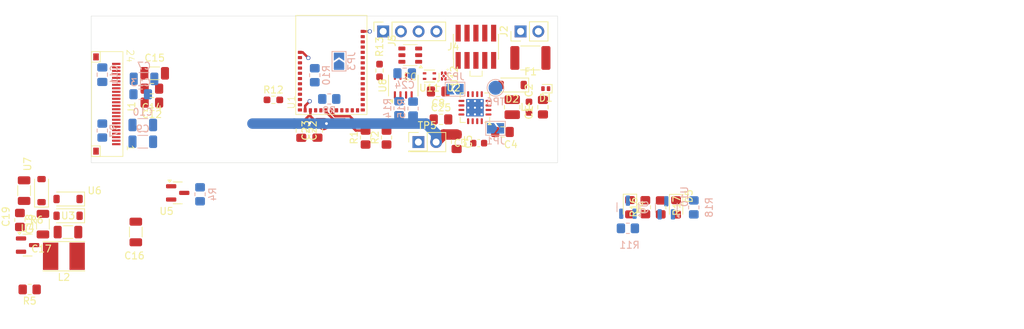
<source format=kicad_pcb>
(kicad_pcb (version 20241229) (generator "pcbnew") (generator_version "9.0")
  (layers (0 "F.Cu" signal) (4 "In1.Cu" signal) (6 "In2.Cu" signal) (2 "B.Cu" signal) (13 "F.Paste" user) (15 "B.Paste" user) (5 "F.SilkS" user "F.Silkscreen") (7 "B.SilkS" user "B.Silkscreen") (1 "F.Mask" user) (3 "B.Mask" user) (25 "Edge.Cuts" user))
  (net 0 "")
  (net 1 "GND")
  (net 2 "Net-(C3-Pad1)")
  (net 3 "+3V3")
  (net 4 "Net-(J1-VSH)")
  (net 5 "Net-(J1-VGL)")
  (net 6 "Net-(J1-VGH)")
  (net 7 "Net-(J1-VCOM)")
  (net 8 "/EPD_3V3")
  (net 9 "Net-(J1-VDD)")
  (net 10 "Net-(J1-VPP)")
  (net 11 "Net-(J1-VSL)")
  (net 12 "/EPD_PREVGH")
  (net 13 "Net-(U3-A)")
  (net 14 "Net-(U6-A)")
  (net 15 "/EPD_PREVGL")
  (net 16 "Vdrive")
  (net 17 "/SWDIO")
  (net 18 "/NRF_TX")
  (net 19 "/NRF_RX")
  (net 20 "/SWDCLK")
  (net 21 "Net-(D4-A)")
  (net 22 "Net-(D4-K)")
  (net 23 "Net-(D5-K)")
  (net 24 "Net-(D5-A)")
  (net 25 "Net-(J2-Pin_2)")
  (net 27 "Net-(J1-BS)")
  (net 28 "/ep_RESE")
  (net 30 "/EPD_CLK")
  (net 31 "/~{EPD_RESET}")
  (net 32 "/ep_GDR")
  (net 33 "/EPD_DC")
  (net 35 "/EPD_DIN")
  (net 36 "/~{EPD_BUSY}")
  (net 37 "/EPD_CS")
  (net 40 "Net-(J4-~{RESET})")
  (net 42 "Net-(JP1-A)")
  (net 43 "Net-(JP2-A)")
  (net 44 "/NRF_PM_RST")
  (net 45 "Net-(U2-SW)")
  (net 46 "/I2C_SCL")
  (net 47 "/I2C_SDA")
  (net 48 "/EPD_EN")
  (net 49 "/PM_INT")
  (net 50 "/LED_RED")
  (net 51 "Net-(U1-P1.08{slash}EXTREF{slash}CLK16M{slash}CLK)")
  (net 52 "/QSPI_CLK_O")
  (net 53 "/QSPI_CLK_I")
  (net 54 "/QSPI_D3")
  (net 55 "/QSPI_D2")
  (net 56 "/LED_GREEN")
  (net 57 "/QSPI_CS")
  (net 58 "/QSPI_D1")
  (net 59 "/QSPI_D0")
  (net 69 "/VBAT")
  (net 70 "Net-(U2-SHPHLD)")
  (footprint "Resistor_SMD:R_0805_2012Metric_Pad1.20x1.40mm_HandSolder" (layer "F.Cu") (at 126.1 93.15 180)
    (property "Reference" "R5")
    (property "Value" "0.47R")
  )
  (footprint "Capacitor_SMD:C_1206_3216Metric" (layer "F.Cu") (at 144 62.2 180)
    (property "Reference" "C15")
    (property "Value" "4.7uF")
  )
  (footprint "Resistor_SMD:R_0805_2012Metric_Pad1.20x1.40mm_HandSolder" (layer "F.Cu") (at 124.7 83.2 90)
    (property "Reference" "R6")
    (property "Value" "33K")
  )
  (footprint "Resistor_SMD:R_0805_2012Metric_Pad1.20x1.40mm_HandSolder" (layer "F.Cu") (at 174.2 71.4 90)
    (property "Reference" "R1")
    (property "Value" "4K7")
  )
  (footprint "Resistor_SMD:R_0603_1608Metric_Pad0.98x0.95mm_HandSolder" (layer "F.Cu") (at 161 66)
    (property "Reference" "R12")
    (property "Value" "27R")
  )
  (footprint "Capacitor_SMD:C_0805_2012Metric_Pad1.18x1.45mm_HandSolder" (layer "F.Cu") (at 193.8 70.6)
    (property "Reference" "C4")
    (property "Value" "22uF")
  )
  (footprint "Capacitor_SMD:C_0805_2012Metric_Pad1.18x1.45mm_HandSolder" (layer "F.Cu") (at 143.6 64.4 180)
    (property "Reference" "C14")
    (property "Value" "1.0uF")
  )
  (footprint "Connector_PinSocket_2.54mm:PinSocket_1x04_P2.54mm_Vertical" (layer "F.Cu") (at 176.72 56.2 90)
    (property "Reference" "J5")
    (property "Value" "Debug")
  )
  (footprint "LED_SMD:LED_0805_2012Metric_Pad1.15x1.40mm_HandSolder" (layer "F.Cu") (at 218.665 81.4 -90)
    (property "Reference" "D5")
    (property "Value" "GREEN")
  )
  (footprint "Inductor_SMD:L_1008_2520Metric" (layer "F.Cu") (at 195.2 67.05 -90)
    (property "Reference" "L1")
    (property "Value" "2.2uH" (hide yes))
  )
  (footprint "Personal:Texas_X2SON-5_0.8x0.8mm_P0.48mm" (layer "F.Cu") (at 185.39 62.59 -90)
    (property "Reference" "U12")
    (property "Value" "TMP110D1")
  )
  (footprint "Capacitor_SMD:C_0805_2012Metric_Pad1.18x1.45mm_HandSolder" (layer "F.Cu") (at 143.6 66.4 180)
    (property "Reference" "C12")
    (property "Value" "1.0uF")
  )
  (footprint "Personal:BL54L15" (layer "F.Cu") (at 174.3 68 90)
    (property "Reference" "U1")
    (property "Value" "BL54L15")
  )
  (footprint "Package_TO_SOT_SMD:SOT-23" (layer "F.Cu") (at 147.3 79.325)
    (property "Reference" "U5")
    (property "Value" "512-FDN338P")
  )
  (footprint "Sensor_Humidity:Sensirion_DFN-4_1.5x1.5mm_P0.8mm_SHT4x_NoCentralPad" (layer "F.Cu") (at 183.35 62.6 180)
    (property "Reference" "U11")
    (property "Value" "SHT40")
  )
  (footprint "Capacitor_SMD:C_1206_3216Metric" (layer "F.Cu") (at 125.3 79 90)
    (property "Reference" "C19")
    (property "Value" "4.7uF")
  )
  (footprint "Capacitor_SMD:C_1206_3216Metric" (layer "F.Cu") (at 131.584337 84.938883 180)
    (property "Reference" "C17")
    (property "Value" "4.7uF")
  )
  (footprint "Diode_SMD:D_SOD-123" (layer "F.Cu") (at 127.8 79 90)
    (property "Reference" "U7")
    (property "Value" "MBR0530")
  )
  (footprint "Personal:ARM_SWD_10pin_SMD" (layer "F.Cu") (at 190 58.4 90)
    (property "Reference" "J4")
    (property "Value" "ARM SWD, 10 Pin")
  )
  (footprint "Package_DFN_QFN:QFN-16-1EP_4x4mm_P0.65mm_EP2.5x2.5mm_ThermalVias" (layer "F.Cu") (at 189.8625 67.125 180)
    (property "Reference" "U2")
    (property "Value" "nPM2100")
  )
  (footprint "Capacitor_SMD:C_1206_3216Metric" (layer "F.Cu") (at 128 83.8 -90)
    (property "Reference" "C18")
    (property "Value" "4.7uF")
  )
  (footprint "Resistor_SMD:R_0805_2012Metric_Pad1.20x1.40mm_HandSolder" (layer "F.Cu") (at 214.265 81.375 90)
    (property "Reference" "R16")
    (property "Value" "1K")
  )
  (footprint "Resistor_SMD:R_0603_1608Metric_Pad0.98x0.95mm_HandSolder" (layer "F.Cu") (at 176.2 61.8 90)
    (property "Reference" "R13")
    (property "Value" "27R")
  )
  (footprint "Diode_SMD:D_SOD-123" (layer "F.Cu") (at 195.2 63.875 180)
    (property "Reference" "D2")
    (property "Value" "MBR0530")
  )
  (footprint "Personal:AMP_F331_24pin" (layer "F.Cu") (at 138.7 66.6 -90)
    (property "Reference" "J1")
    (property "Value" "24pin-FPC")
  )
  (footprint "LED_SMD:LED_0805_2012Metric_Pad1.15x1.40mm_HandSolder" (layer "F.Cu") (at 212.065 81.375 -90)
    (property "Reference" "D4")
    (property "Value" "RED")
  )
  (footprint "Resistor_SMD:R_0805_2012Metric_Pad1.20x1.40mm_HandSolder" (layer "F.Cu") (at 177.2 71.4 90)
    (property "Reference" "R2")
    (property "Value" "4K7")
  )
  (footprint "Capacitor_SMD:C_0603_1608Metric" (layer "F.Cu") (at 190.4 72.2 180)
    (property "Reference" "C3")
    (property "Value" "1nF")
  )
  (footprint "Capacitor_SMD:C_0805_2012Metric_Pad1.18x1.45mm_HandSolder" (layer "F.Cu") (at 187.2375 72 -90)
    (property "Reference" "C5")
    (property "Value" "4u7")
  )
  (footprint "Diode_SMD:D_SOD-882D" (layer "F.Cu") (at 200 64.4 180)
    (property "Reference" "D1")
    (property "Value" "UCLAMP03351PW.C")
  )
  (footprint "Capacitor_SMD:C_0805_2012Metric_Pad1.18x1.45mm_HandSolder" (layer "F.Cu") (at 184.6 64.8 180)
    (property "Reference" "C8")
    (property "Value" "1.0uF")
  )
  (footprint "Capacitor_SMD:C_0805_2012Metric_Pad1.18x1.45mm_HandSolder" (layer "F.Cu") (at 199.6 67.05 -90)
    (property "Reference" "C1")
    (property "Value" "10uF")
  )
  (footprint "Capacitor_SMD:C_1206_3216Metric" (layer "F.Cu") (at 141.3 84.925 90)
    (property "Reference" "C16")
    (property "Value" "4.7uF")
  )
  (footprint "Personal:Winbond_USON-8_UU" (layer "F.Cu") (at 179.6 63.95 90)
    (property "Reference" "U8")
    (property "Value" "W25Q16JV")
  )
  (footprint "MountingHole:MountingHole_2.2mm_M2" (layer "F.Cu") (at 141.8 56.4)
    (property "Reference" "H1" (hide yes))
    (property "Value" "MountingHole")
  )
  (footprint "Connector_PinHeader_2.54mm:PinHeader_2x01_P2.54mm_Vertical" (layer "F.Cu") (at 181.7625 72.05)
    (property "Reference" "TP5")
    (property "Value" "3V3")
  )
  (footprint "Capacitor_SMD:C_0805_2012Metric_Pad1.18x1.45mm_HandSolder" (layer "F.Cu") (at 185 68.8)
    (property "Reference" "C25")
    (property "Value" "1.0uF")
  )
  (footprint "Personal:Fuse_1812" (layer "F.Cu") (at 197.8 60)
    (property "Reference" "F1")
    (property "Value" "PTC_1A")
  )
  (footprint "Diode_SMD:D_SOD-123" (layer "F.Cu") (at 131.6 82.6 180)
    (property "Reference" "U3")
    (property "Value" "MBR0530")
  )
  (footprint "Diode_SMD:D_SOD-123" (layer "F.Cu") (at 131.6 80.2 180)
    (property "Reference" "U6")
    (property "Value" "MBR0530")
  )
  (footprint "Capacitor_SMD:C_0805_2012Metric_Pad1.18x1.45mm_HandSolder" (layer "F.Cu") (at 167.305 70.3825 90)
    (property "Reference" "C23")
    (property "Value" "1.0uF")
  )
  (footprint "Resistor_SMD:R_0805_2012Metric_Pad1.20x1.40mm_HandSolder" (layer "F.Cu") (at 216.465 81.4 90)
    (property "Reference" "R17")
    (property "Value" "1K")
  )
  (footprint "Capacitor_SMD:C_0805_2012Metric_Pad1.18x1.45mm_HandSolder" (layer "F.Cu") (at 165 70.4 -90)
    (property "Reference" "C22")
    (property "Value" "0.1uF")
  )
  (footprint "Personal:L_Taiyo-Yuden_NR-40xx_HandSoldering" (layer "F.Cu") (at 131 88.4 180)
    (property "Reference" "L2")
    (property "Value" "10uH")
  )
  (footprint "Capacitor_SMD:C_0603_1608Metric" (layer "F.Cu") (at 197.6 67.05 -90)
    (property "Reference" "C2")
    (property "Value" "1nF")
  )
  (footprint "MountingHole:MountingHole_2.2mm_M2" (layer "F.Cu") (at 198.4 71.8)
    (property "Reference" "H2" (hide yes))
    (property "Value" "MountingHole")
  )
  (footprint "Connector_PinHeader_2.54mm:PinHeader_1x02_P2.54mm_Vertical" (layer "F.Cu") (at 196.4 56.2 90)
    (property "Reference" "J2")
    (property "Value" "BATT")
  )
  (footprint "Package_TO_SOT_SMD:SOT-23" (layer "F.Cu") (at 125.8 86.8)
    (property "Reference" "U4")
    (property "Value" "BSS138")
  )
  (footprint "Personal:SOT-26" (layer "F.Cu") (at 180.6 59.6 180)
    (property "Reference" "D3")
    (property "Value" "DT1042")
  )
  (footprint "Resistor_SMD:R_0805_2012Metric_Pad1.20x1.40mm_HandSolder" (layer "B.Cu") (at 221.2 81.4 -90)
    (property "Reference" "R18")
    (property "Value" "33K")
  )
  (footprint "Capacitor_SMD:C_0805_2012Metric_Pad1.18x1.45mm_HandSolder" (layer "B.Cu") (at 142 65.2 180)
    (property "Reference" "C13")
    (property "Value" "1.0uF")
  )
  (footprint "Capacitor_SMD:C_0805_2012Metric_Pad1.18x1.45mm_HandSolder" (layer "B.Cu") (at 136.5 62.4 90)
    (property "Reference" "C11")
    (property "Value" "1.0uF")
  )
  (footprint "Package_TO_SOT_SMD:SOT-23" (layer "B.Cu") (at 211.765 81.375 90)
    (property "Reference" "U9")
    (property "Value" "BSS138")
  )
  (footprint "Package_TO_SOT_SMD:SOT-23" (layer "B.Cu") (at 217.265 81.4625 90)
    (property "Reference" "U10")
    (property "Value" "BSS138")
  )
  (footprint "Resistor_SMD:R_0805_2012Metric_Pad1.20x1.40mm_HandSolder" (layer "B.Cu") (at 150.5 79.525 -90)
    (property "Reference" "R4")
    (property "Value" "33K")
  )
  (footprint "Resistor_SMD:R_0805_2012Metric_Pad1.20x1.40mm_HandSolder" (layer "B.Cu") (at 136.5 70.4 90)
    (property "Reference" "R7")
    (property "Value" "33K")
  )
  (footprint "Resistor_SMD:R_0805_2012Metric_Pad1.20x1.40mm_HandSolder" (layer "B.Cu") (at 169 65.875)
    (property "Reference" "R9")
    (property "Value" "33K")
  )
  (footprint "Jumper:SolderJumper-2_P1.3mm_Open_TrianglePad1.0x1.5mm" (layer "B.Cu") (at 187.0125 64.475 180)
    (property "Reference" "JP2")
    (property "Value" "SolderJumper_2_Open")
  )
  (footprint "Resistor_SMD:R_0805_2012Metric_Pad1.20x1.40mm_HandSolder" (layer "B.Cu") (at 181 67.25 -90)
    (property "Reference" "R15")
    (property "Value" "33K")
  )
  (footprint "Jumper:SolderJumper-2_P1.3mm_Open_TrianglePad1.0x1.5mm" (layer "B.Cu") (at 192.8125 70.075)
    (property "Reference" "JP1")
    (property "Value" "SolderJumper_2_Open")
  )
  (footprint "Resistor_SMD:R_0805_2012Metric_Pad1.20x1.40mm_HandSolder" (layer "B.Cu") (at 211.765 84.4 180)
    (property "Reference" "R11")
    (property "Value" "33K")
  )
  (footprint "Capacitor_SMD:C_0805_2012Metric_Pad1.18x1.45mm_HandSolder" (layer "B.Cu") (at 179.8 62.2)
    (property "Reference" "C24")
    (property "Value" "0.1uF")
  )
  (footprint "Resistor_SMD:R_0805_2012Metric_Pad1.20x1.40mm_HandSolder" (layer "B.Cu") (at 166.925 62.475 90)
    (property "Reference" "R10")
    (property "Value" "33K")
  )
  (footprint "Capacitor_SMD:C_1206_3216Metric" (layer "B.Cu") (at 142.3 69.6 180)
    (property "Reference" "C10")
    (property "Value" "4.7uF")
  )
  (footprint "Capacitor_SMD:C_1206_3216Metric" (layer "B.Cu") (at 142.475 63 180)
    (property "Reference" "C7")
    (property "Value" "4.7uF")
  )
  (footprint "TestPoint:TestPoint_Pad_D2.0mm" (layer "B.Cu") (at 192.8125 64.275)
    (property "Reference" "TP6")
    (property "Value" "TestPoint")
  )
  (footprint "Resistor_SMD:R_0805_2012Metric_Pad1.20x1.40mm_HandSolder" (layer "B.Cu") (at 179 67.2 -90)
    (property "Reference" "R14")
    (property "Value" "33K")
  )
  (footprint "Jumper:SolderJumper-2_P1.3mm_Open_TrianglePad1.0x1.5mm" (layer "B.Cu") (at 170.4 60.475 90)
    (property "Reference" "JP3")
    (property "Value" "SolderJumper_2_Open")
  )
  (footprint "Capacitor_SMD:C_1206_3216Metric" (layer "B.Cu") (at 142.3 72 180)
    (property "Reference" "C9")
    (property "Value" "4.7uF")
  )
  (gr_rect (start 134.9 54) (end 201.7 75) (stroke (width 0.05)) (fill no) (layer "Edge.Cuts"))
  (segment (start 165.2 59.2) (end 166 60) (width 0.35) (layer "F.Cu") (net 1))
  (segment (start 173.797 56.2) (end 174.8 56.2) (width 0.35) (layer "F.Cu") (net 1))
  (segment (start 164.803 59.2) (end 165.2 59.2) (width 0.35) (layer "F.Cu") (net 1))
  (segment (start 165.55 66.85) (end 166.2 66.2) (width 0.35) (layer "F.Cu") (net 1))
  (segment (start 165.55 67.5) (end 165.55 66.85) (width 0.35) (layer "F.Cu") (net 1))
  (via (at 166 60) (size 0.6) (drill 0.4) (layers "F.Cu" "B.Cu") (net 1))
  (via (at 166.2 66.2) (size 0.6) (drill 0.4) (layers "F.Cu" "B.Cu") (net 1))
  (via (at 174.8 56.2) (size 0.6) (drill 0.4) (layers "F.Cu" "B.Cu") (net 1))
  (segment (start 166.3 68.34) (end 167.305 69.345) (width 0.35) (layer "F.Cu") (net 3))
  (segment (start 165 69.3625) (end 166.2 69.3625) (width 1) (layer "F.Cu") (net 3))
  (segment (start 167.2875 69.3625) (end 167.305 69.345) (width 1) (layer "F.Cu") (net 3))
  (segment (start 166.3 67.5) (end 166.3 68.34) (width 0.35) (layer "F.Cu") (net 3))
  (segment (start 166.0225 68.34) (end 165 69.3625) (width 0.35) (layer "F.Cu") (net 3))
  (segment (start 168.2 69.345) (end 168.2 69.6) (width 1.5) (layer "F.Cu") (net 3))
  (segment (start 166.2 69.3625) (end 167.2875 69.3625) (width 1) (layer "F.Cu") (net 3))
  (segment (start 166.3 68.34) (end 166.0225 68.34) (width 0.35) (layer "F.Cu") (net 3))
  (segment (start 187.2375 70.9625) (end 185.39 70.9625) (width 1.5) (layer "F.Cu") (net 3))
  (segment (start 167.305 69.345) (end 168.2 69.345) (width 1.5) (layer "F.Cu") (net 3))
  (segment (start 185.39 70.9625) (end 184.3025 72.05) (width 1.5) (layer "F.Cu") (net 3))
  (via (at 168.6 69.4) (size 0.6) (drill 0.4) (layers "F.Cu" "B.Cu") (net 3))
  (via (at 166.2 69.3625) (size 0.6) (drill 0.4) (layers "F.Cu" "B.Cu") (net 3))
  (segment (start 182.854581 69.4) (end 184.3025 70.847919) (width 1.5) (layer "B.Cu") (net 3))
  (segment (start 164 69.4) (end 158 69.4) (width 1.5) (layer "B.Cu") (net 3))
  (segment (start 168.2 69.4) (end 168.6 69.4) (width 1.5) (layer "B.Cu") (net 3))
  (segment (start 164 69.4) (end 168.2 69.4) (width 1.5) (layer "B.Cu") (net 3))
  (segment (start 184.3025 70.847919) (end 184.3025 72.05) (width 1.5) (layer "B.Cu") (net 3))
  (segment (start 168.6 69.4) (end 182.854581 69.4) (width 1.5) (layer "B.Cu") (net 3))
  (segment (start 169.6 68.8) (end 171.2 68.8) (width 0.35) (layer "F.Cu") (net 46))
  (segment (start 172.8 70.4) (end 174.2 70.4) (width 0.35) (layer "F.Cu") (net 46))
  (segment (start 168.55 67.5) (end 168.55 67.75) (width 0.35) (layer "F.Cu") (net 46))
  (segment (start 168.55 67.75) (end 169.6 68.8) (width 0.35) (layer "F.Cu") (net 46))
  (segment (start 171.2 68.8) (end 172.8 70.4) (width 0.35) (layer "F.Cu") (net 46))
  (segment (start 169.3 67.5) (end 169.3 67.8) (width 0.35) (layer "F.Cu") (net 47))
  (segment (start 169.849 68.349) (end 171.949 68.349) (width 0.35) (layer "F.Cu") (net 47))
  (segment (start 169.3 67.8) (end 169.849 68.349) (width 0.35) (layer "F.Cu") (net 47))
  (segment (start 172.8 69.2) (end 176 69.2) (width 0.35) (layer "F.Cu") (net 47))
  (segment (start 171.949 68.349) (end 172.8 69.2) (width 0.35) (layer "F.Cu") (net 47))
  (segment (start 176 69.2) (end 177.2 70.4) (width 0.35) (layer "F.Cu") (net 47))
)
</source>
